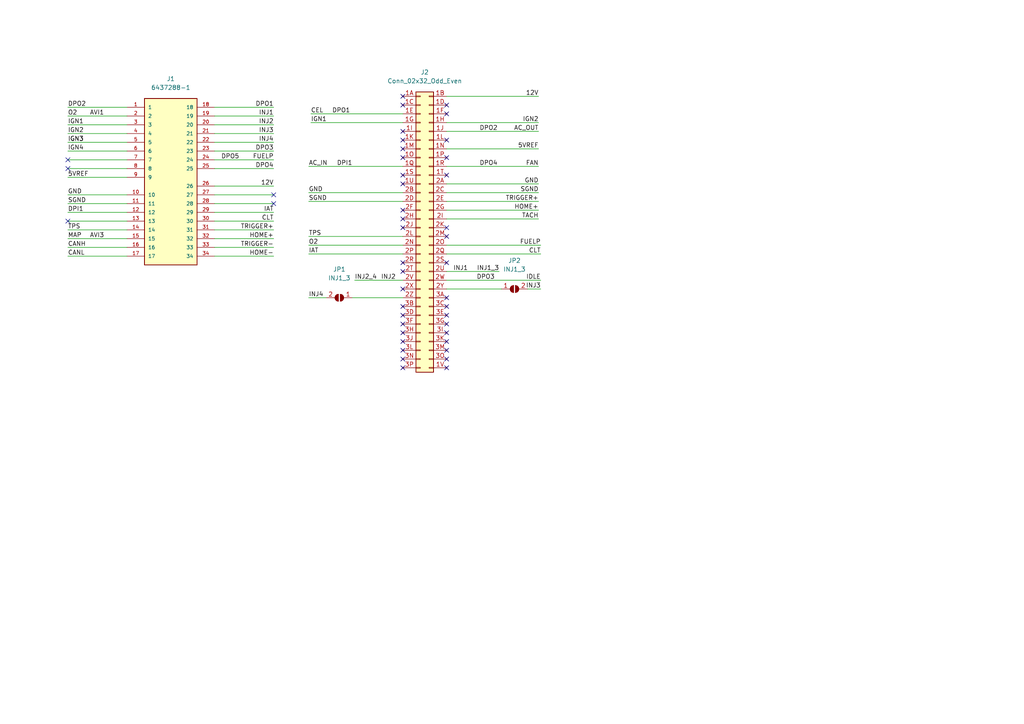
<source format=kicad_sch>
(kicad_sch (version 20211123) (generator eeschema)
  (paper "A4")
  (lib_symbols
    (symbol "Connector_Generic:Conn_02x32_Odd_Even" (pin_names (offset 1.016) hide)
      (property "Reference" "J2" (at 1.27 45.085 0))
      (property "Value" "Conn_02x32_Odd_Even" (at 1.27 42.545 0))
      (symbol "Conn_02x32_Odd_Even_1_1"
        (rectangle (start -1.27 -40.513) (end 0 -40.767) (stroke (width 0.1524)))
        (rectangle (start -1.27 -37.973) (end 0 -38.227) (stroke (width 0.1524)))
        (rectangle (start -1.27 -35.433) (end 0 -35.687) (stroke (width 0.1524)))
        (rectangle (start -1.27 -32.893) (end 0 -33.147) (stroke (width 0.1524)))
        (rectangle (start -1.27 -30.353) (end 0 -30.607) (stroke (width 0.1524)))
        (rectangle (start -1.27 -27.813) (end 0 -28.067) (stroke (width 0.1524)))
        (rectangle (start -1.27 -25.273) (end 0 -25.527) (stroke (width 0.1524)))
        (rectangle (start -1.27 -22.733) (end 0 -22.987) (stroke (width 0.1524)))
        (rectangle (start -1.27 -20.193) (end 0 -20.447) (stroke (width 0.1524)))
        (rectangle (start -1.27 -17.653) (end 0 -17.907) (stroke (width 0.1524)))
        (rectangle (start -1.27 -15.113) (end 0 -15.367) (stroke (width 0.1524)))
        (rectangle (start -1.27 -12.573) (end 0 -12.827) (stroke (width 0.1524)))
        (rectangle (start -1.27 -10.033) (end 0 -10.287) (stroke (width 0.1524)))
        (rectangle (start -1.27 -7.493) (end 0 -7.747) (stroke (width 0.1524)))
        (rectangle (start -1.27 -4.953) (end 0 -5.207) (stroke (width 0.1524)))
        (rectangle (start -1.27 -2.413) (end 0 -2.667) (stroke (width 0.1524)))
        (rectangle (start -1.27 0.127) (end 0 -0.127) (stroke (width 0.1524)))
        (rectangle (start -1.27 2.667) (end 0 2.413) (stroke (width 0.1524)))
        (rectangle (start -1.27 5.207) (end 0 4.953) (stroke (width 0.1524)))
        (rectangle (start -1.27 7.747) (end 0 7.493) (stroke (width 0.1524)))
        (rectangle (start -1.27 10.287) (end 0 10.033) (stroke (width 0.1524)))
        (rectangle (start -1.27 12.827) (end 0 12.573) (stroke (width 0.1524)))
        (rectangle (start -1.27 15.367) (end 0 15.113) (stroke (width 0.1524)))
        (rectangle (start -1.27 17.907) (end 0 17.653) (stroke (width 0.1524)))
        (rectangle (start -1.27 20.447) (end 0 20.193) (stroke (width 0.1524)))
        (rectangle (start -1.27 22.987) (end 0 22.733) (stroke (width 0.1524)))
        (rectangle (start -1.27 25.527) (end 0 25.273) (stroke (width 0.1524)))
        (rectangle (start -1.27 28.067) (end 0 27.813) (stroke (width 0.1524)))
        (rectangle (start -1.27 30.607) (end 0 30.353) (stroke (width 0.1524)))
        (rectangle (start -1.27 33.147) (end 0 32.893) (stroke (width 0.1524)))
        (rectangle (start -1.27 35.687) (end 0 35.433) (stroke (width 0.1524)))
        (rectangle (start -1.27 38.227) (end 0 37.973) (stroke (width 0.1524)))
        (rectangle (start -1.27 39.37) (end 3.81 -41.91) (stroke (width 0.254)) (fill (type background)))
        (rectangle (start 3.81 -40.513) (end 2.54 -40.767) (stroke (width 0.1524)))
        (rectangle (start 3.81 -37.973) (end 2.54 -38.227) (stroke (width 0.1524)))
        (rectangle (start 3.81 -35.433) (end 2.54 -35.687) (stroke (width 0.1524)))
        (rectangle (start 3.81 -32.893) (end 2.54 -33.147) (stroke (width 0.1524)))
        (rectangle (start 3.81 -30.353) (end 2.54 -30.607) (stroke (width 0.1524)))
        (rectangle (start 3.81 -27.813) (end 2.54 -28.067) (stroke (width 0.1524)))
        (rectangle (start 3.81 -25.273) (end 2.54 -25.527) (stroke (width 0.1524)))
        (rectangle (start 3.81 -22.733) (end 2.54 -22.987) (stroke (width 0.1524)))
        (rectangle (start 3.81 -20.193) (end 2.54 -20.447) (stroke (width 0.1524)))
        (rectangle (start 3.81 -17.653) (end 2.54 -17.907) (stroke (width 0.1524)))
        (rectangle (start 3.81 -15.113) (end 2.54 -15.367) (stroke (width 0.1524)))
        (rectangle (start 3.81 -12.573) (end 2.54 -12.827) (stroke (width 0.1524)))
        (rectangle (start 3.81 -10.033) (end 2.54 -10.287) (stroke (width 0.1524)))
        (rectangle (start 3.81 -7.493) (end 2.54 -7.747) (stroke (width 0.1524)))
        (rectangle (start 3.81 -4.953) (end 2.54 -5.207) (stroke (width 0.1524)))
        (rectangle (start 3.81 -2.413) (end 2.54 -2.667) (stroke (width 0.1524)))
        (rectangle (start 3.81 0.127) (end 2.54 -0.127) (stroke (width 0.1524)))
        (rectangle (start 3.81 2.667) (end 2.54 2.413) (stroke (width 0.1524)))
        (rectangle (start 3.81 5.207) (end 2.54 4.953) (stroke (width 0.1524)))
        (rectangle (start 3.81 7.747) (end 2.54 7.493) (stroke (width 0.1524)))
        (rectangle (start 3.81 10.287) (end 2.54 10.033) (stroke (width 0.1524)))
        (rectangle (start 3.81 12.827) (end 2.54 12.573) (stroke (width 0.1524)))
        (rectangle (start 3.81 15.367) (end 2.54 15.113) (stroke (width 0.1524)))
        (rectangle (start 3.81 17.907) (end 2.54 17.653) (stroke (width 0.1524)))
        (rectangle (start 3.81 20.447) (end 2.54 20.193) (stroke (width 0.1524)))
        (rectangle (start 3.81 22.987) (end 2.54 22.733) (stroke (width 0.1524)))
        (rectangle (start 3.81 25.527) (end 2.54 25.273) (stroke (width 0.1524)))
        (rectangle (start 3.81 28.067) (end 2.54 27.813) (stroke (width 0.1524)))
        (rectangle (start 3.81 30.607) (end 2.54 30.353) (stroke (width 0.1524)))
        (rectangle (start 3.81 33.147) (end 2.54 32.893) (stroke (width 0.1524)))
        (rectangle (start 3.81 35.687) (end 2.54 35.433) (stroke (width 0.1524)))
        (rectangle (start 3.81 38.227) (end 2.54 37.973) (stroke (width 0.1524)))
        (pin no_connect line (at -5.08 38.1 0) (length 3.81) (name "NC") (number "1A"))
        (pin power_in line (at 7.62 38.1 180) (length 3.81) (name "+12V") (number "1B"))
        (pin no_connect line (at -5.08 35.56 0) (length 3.81) (name "NC") (number "1C"))
        (pin no_connect line (at 7.62 35.56 180) (length 3.81) (name "NC") (number "1D"))
        (pin output line (at -5.08 33.02 0) (length 3.81) (name "CEL") (number "1E"))
        (pin no_connect line (at 7.62 33.02 180) (length 3.81) (name "NC") (number "1F"))
        (pin output line (at -5.08 30.48 0) (length 3.81) (name "IGNA") (number "1G"))
        (pin output line (at 7.62 30.48 180) (length 3.81) (name "IGNB") (number "1H"))
        (pin no_connect line (at -5.08 27.94 0) (length 3.81) (name "NC") (number "1I"))
        (pin output line (at 7.62 27.94 180) (length 3.81) (name "AC_OUT") (number "1J"))
        (pin no_connect line (at -5.08 25.4 0) (length 3.81) (name "NC") (number "1K"))
        (pin no_connect line (at 7.62 25.4 180) (length 3.81) (name "NC") (number "1L"))
        (pin no_connect line (at -5.08 22.86 0) (length 3.81) (name "NC") (number "1M"))
        (pin power_out line (at 7.62 22.86 180) (length 3.81) (name "5VREF") (number "1N"))
        (pin no_connect line (at -5.08 20.32 0) (length 3.81) (name "NC") (number "1O"))
        (pin no_connect line (at 7.62 20.32 180) (length 3.81) (name "NC") (number "1P"))
        (pin input line (at -5.08 17.78 0) (length 3.81) (name "AC_IN") (number "1Q"))
        (pin output line (at 7.62 17.78 180) (length 3.81) (name "FAN") (number "1R"))
        (pin no_connect line (at -5.08 15.24 0) (length 3.81) (name "NC") (number "1S"))
        (pin no_connect line (at 7.62 15.24 180) (length 3.81) (name "NC") (number "1T"))
        (pin no_connect line (at -5.08 12.7 0) (length 3.81) (name "NC") (number "1U"))
        (pin no_connect line (at 7.62 -40.64 180) (length 3.81) (name "NC") (number "1V"))
        (pin power_in line (at 7.62 12.7 180) (length 3.81) (name "GND") (number "2A"))
        (pin power_in line (at -5.08 10.16 0) (length 3.81) (name "GND") (number "2B"))
        (pin power_out line (at 7.62 10.16 180) (length 3.81) (name "SGND") (number "2C"))
        (pin power_out line (at -5.08 7.62 0) (length 3.81) (name "SGND") (number "2D"))
        (pin input line (at 7.62 7.62 180) (length 3.81) (name "CRANK_IN") (number "2E"))
        (pin no_connect line (at -5.08 5.08 0) (length 3.81) (name "NC") (number "2F"))
        (pin input line (at 7.62 5.08 180) (length 3.81) (name "CAM_IN") (number "2G"))
        (pin no_connect line (at -5.08 2.54 0) (length 3.81) (name "NC") (number "2H"))
        (pin output line (at 7.62 2.54 180) (length 3.81) (name "TACH") (number "2I"))
        (pin no_connect line (at -5.08 0 0) (length 3.81) (name "NC") (number "2J"))
        (pin input line (at 7.62 0 180) (length 3.81) (name "AFM") (number "2K"))
        (pin input line (at -5.08 -2.54 0) (length 3.81) (name "TPS") (number "2L"))
        (pin no_connect line (at 7.62 -2.54 180) (length 3.81) (name "NC") (number "2M"))
        (pin input line (at -5.08 -5.08 0) (length 3.81) (name "NBO2") (number "2N"))
        (pin output line (at 7.62 -5.08 180) (length 3.81) (name "FUELP") (number "2O"))
        (pin input line (at -5.08 -7.62 0) (length 3.81) (name "AIT") (number "2P"))
        (pin input line (at 7.62 -7.62 180) (length 3.81) (name "CLT") (number "2Q"))
        (pin no_connect line (at -5.08 -10.16 0) (length 3.81) (name "NC") (number "2R"))
        (pin no_connect line (at 7.62 -10.16 180) (length 3.81) (name "NC") (number "2S"))
        (pin no_connect line (at -5.08 -12.7 0) (length 3.81) (name "NC") (number "2T"))
        (pin output line (at 7.62 -12.7 180) (length 3.81) (name "INJ1") (number "2U"))
        (pin output line (at -5.08 -15.24 0) (length 3.81) (name "INJ2") (number "2V"))
        (pin output line (at 7.62 -15.24 180) (length 3.81) (name "IDLE") (number "2W"))
        (pin no_connect line (at -5.08 -17.78 0) (length 3.81) (name "NC") (number "2X"))
        (pin output line (at 7.62 -17.78 180) (length 3.81) (name "INJ3") (number "2Y"))
        (pin output line (at -5.08 -20.32 0) (length 3.81) (name "INJ4") (number "2Z"))
        (pin no_connect line (at 7.62 -20.32 180) (length 3.81) (name "NC") (number "3A"))
        (pin no_connect line (at -5.08 -22.86 0) (length 3.81) (name "NC") (number "3B"))
        (pin no_connect line (at 7.62 -22.86 180) (length 3.81) (name "NC") (number "3C"))
        (pin no_connect line (at -5.08 -25.4 0) (length 3.81) (name "NC") (number "3D"))
        (pin no_connect line (at 7.62 -25.4 180) (length 3.81) (name "NC") (number "3E"))
        (pin no_connect line (at -5.08 -27.94 0) (length 3.81) (name "NC") (number "3F"))
        (pin no_connect line (at 7.62 -27.94 180) (length 3.81) (name "NC") (number "3G"))
        (pin no_connect line (at -5.08 -30.48 0) (length 3.81) (name "NC") (number "3H"))
        (pin no_connect line (at 7.62 -30.48 180) (length 3.81) (name "NC") (number "3I"))
        (pin no_connect line (at -5.08 -33.02 0) (length 3.81) (name "NC") (number "3J"))
        (pin no_connect line (at 7.62 -33.02 180) (length 3.81) (name "NC") (number "3K"))
        (pin no_connect line (at -5.08 -35.56 0) (length 3.81) (name "NC") (number "3L"))
        (pin no_connect line (at 7.62 -35.56 180) (length 3.81) (name "NC") (number "3M"))
        (pin no_connect line (at -5.08 -38.1 0) (length 3.81) (name "NC") (number "3N"))
        (pin no_connect line (at 7.62 -38.1 180) (length 3.81) (name "NC") (number "3O"))
        (pin no_connect line (at -5.08 -40.64 0) (length 3.81) (name "NC") (number "3P"))
      )
    )
    (symbol "Connector_TEConnectivity:6437288-1" (pin_names (offset 1.016))
      (property "Reference" "J" (at -7.874 25.6794 0))
      (property "Value" "6437288-1" (at -8.382 -24.9428 0))
      (symbol "6437288-1_0_0"
        (rectangle (start -7.62 -22.86) (end 7.62 25.4) (stroke (width 0.254)) (fill (type background)))
        (pin passive line (at -12.7 22.86 0) (length 5.08) (name "1") (number "1"))
        (pin passive line (at -12.7 -2.54 0) (length 5.08) (name "10") (number "10"))
        (pin passive line (at -12.7 -5.08 0) (length 5.08) (name "11") (number "11"))
        (pin passive line (at -12.7 -7.62 0) (length 5.08) (name "12") (number "12"))
        (pin passive line (at -12.7 -10.16 0) (length 5.08) (name "13") (number "13"))
        (pin passive line (at -12.7 -12.7 0) (length 5.08) (name "14") (number "14"))
        (pin passive line (at -12.7 -15.24 0) (length 5.08) (name "15") (number "15"))
        (pin passive line (at -12.7 -17.78 0) (length 5.08) (name "16") (number "16"))
        (pin passive line (at -12.7 -20.32 0) (length 5.08) (name "17") (number "17"))
        (pin passive line (at 12.7 22.86 180) (length 5.08) (name "18") (number "18"))
        (pin passive line (at 12.7 20.32 180) (length 5.08) (name "19") (number "19"))
        (pin passive line (at -12.7 20.32 0) (length 5.08) (name "2") (number "2"))
        (pin passive line (at 12.7 17.78 180) (length 5.08) (name "20") (number "20"))
        (pin passive line (at 12.7 15.24 180) (length 5.08) (name "21") (number "21"))
        (pin passive line (at 12.7 12.7 180) (length 5.08) (name "22") (number "22"))
        (pin passive line (at 12.7 10.16 180) (length 5.08) (name "23") (number "23"))
        (pin passive line (at 12.7 7.62 180) (length 5.08) (name "24") (number "24"))
        (pin passive line (at 12.7 5.08 180) (length 5.08) (name "25") (number "25"))
        (pin passive line (at 12.7 0 180) (length 5.08) (name "26") (number "26"))
        (pin passive line (at 12.7 -2.54 180) (length 5.08) (name "27") (number "27"))
        (pin passive line (at 12.7 -5.08 180) (length 5.08) (name "28") (number "28"))
        (pin passive line (at 12.7 -7.62 180) (length 5.08) (name "29") (number "29"))
        (pin passive line (at -12.7 17.78 0) (length 5.08) (name "3") (number "3"))
        (pin passive line (at 12.7 -10.16 180) (length 5.08) (name "30") (number "30"))
        (pin passive line (at 12.7 -12.7 180) (length 5.08) (name "31") (number "31"))
        (pin passive line (at 12.7 -15.24 180) (length 5.08) (name "32") (number "32"))
        (pin passive line (at 12.7 -17.78 180) (length 5.08) (name "33") (number "33"))
        (pin passive line (at 12.7 -20.32 180) (length 5.08) (name "34") (number "34"))
        (pin passive line (at -12.7 15.24 0) (length 5.08) (name "4") (number "4"))
        (pin passive line (at -12.7 12.7 0) (length 5.08) (name "5") (number "5"))
        (pin passive line (at -12.7 10.16 0) (length 5.08) (name "6") (number "6"))
        (pin passive line (at -12.7 7.62 0) (length 5.08) (name "7") (number "7"))
        (pin passive line (at -12.7 5.08 0) (length 5.08) (name "8") (number "8"))
        (pin passive line (at -12.7 2.54 0) (length 5.08) (name "9") (number "9"))
      )
    )
    (symbol "Jumper:SolderJumper_2_Open" (pin_names (offset 0) hide)
      (property "Reference" "JP" (at 0 2.032 0))
      (property "Value" "SolderJumper_2_Open" (at 0 -2.54 0))
      (symbol "SolderJumper_2_Open_0_1"
        (arc (start -0.254 1.016) (mid -1.27 0) (end -0.254 -1.016))
        (arc (start -0.254 1.016) (mid -1.27 0) (end -0.254 -1.016) (fill (type outline)))
        (polyline (pts (xy -0.254 1.016) (xy -0.254 -1.016)))
        (polyline (pts (xy 0.254 1.016) (xy 0.254 -1.016)))
        (arc (start 0.254 -1.016) (mid 1.27 0) (end 0.254 1.016))
        (arc (start 0.254 -1.016) (mid 1.27 0) (end 0.254 1.016) (fill (type outline)))
      )
      (symbol "SolderJumper_2_Open_1_1"
        (pin passive line (at -3.81 0 0) (length 2.54) (name "A") (number "1"))
        (pin passive line (at 3.81 0 180) (length 2.54) (name "B") (number "2"))
      )
    )
  )
  (no_connect (at 129.54 101.6))
  (no_connect (at 116.84 101.6))
  (no_connect (at 116.84 40.64))
  (no_connect (at 19.685 48.895))
  (no_connect (at 116.84 38.1))
  (no_connect (at 116.84 27.94))
  (no_connect (at 129.54 96.52))
  (no_connect (at 116.84 83.82))
  (no_connect (at 129.54 91.44))
  (no_connect (at 116.84 43.18))
  (no_connect (at 129.54 86.36))
  (no_connect (at 116.84 99.06))
  (no_connect (at 129.54 76.2))
  (no_connect (at 116.84 50.8))
  (no_connect (at 129.54 88.9))
  (no_connect (at 116.84 45.72))
  (no_connect (at 116.84 78.74))
  (no_connect (at 79.375 56.515))
  (no_connect (at 129.54 30.48))
  (no_connect (at 129.54 106.68))
  (no_connect (at 129.54 45.72))
  (no_connect (at 116.84 66.04))
  (no_connect (at 129.54 66.04))
  (no_connect (at 116.84 88.9))
  (no_connect (at 19.685 46.355))
  (no_connect (at 129.54 33.02))
  (no_connect (at 116.84 106.68))
  (no_connect (at 129.54 99.06))
  (no_connect (at 129.54 104.14))
  (no_connect (at 129.54 50.8))
  (no_connect (at 116.84 91.44))
  (no_connect (at 129.54 68.58))
  (no_connect (at 116.84 53.34))
  (no_connect (at 116.84 93.98))
  (no_connect (at 116.84 96.52))
  (no_connect (at 116.84 63.5))
  (no_connect (at 116.84 30.48))
  (no_connect (at 79.375 59.055))
  (no_connect (at 116.84 60.96))
  (no_connect (at 116.84 76.2))
  (no_connect (at 129.54 93.98))
  (no_connect (at 116.84 104.14))
  (no_connect (at 19.685 64.135))
  (no_connect (at 129.54 40.64))
  (wire (pts (xy 89.535 55.88) (xy 116.84 55.88)))
  (wire (pts (xy 129.54 48.26) (xy 156.21 48.26)))
  (wire (pts (xy 19.685 43.815) (xy 36.83 43.815)))
  (wire (pts (xy 19.685 59.055) (xy 36.83 59.055)))
  (wire (pts (xy 89.535 71.12) (xy 116.84 71.12)))
  (wire (pts (xy 129.54 58.42) (xy 156.21 58.42)))
  (wire (pts (xy 129.54 71.12) (xy 156.845 71.12)))
  (wire (pts (xy 19.685 64.135) (xy 36.83 64.135)))
  (wire (pts (xy 62.23 48.895) (xy 79.375 48.895)))
  (wire (pts (xy 89.535 68.58) (xy 116.84 68.58)))
  (wire (pts (xy 129.54 27.94) (xy 156.21 27.94)))
  (wire (pts (xy 102.235 86.36) (xy 116.84 86.36)))
  (wire (pts (xy 129.54 81.28) (xy 156.845 81.28)))
  (wire (pts (xy 129.54 78.74) (xy 144.78 78.74)))
  (wire (pts (xy 89.535 48.26) (xy 116.84 48.26)))
  (wire (pts (xy 62.23 38.735) (xy 79.375 38.735)))
  (wire (pts (xy 19.685 51.435) (xy 36.83 51.435)))
  (wire (pts (xy 90.17 35.56) (xy 116.84 35.56)))
  (wire (pts (xy 19.685 38.735) (xy 36.83 38.735)))
  (wire (pts (xy 62.23 71.755) (xy 79.375 71.755)))
  (wire (pts (xy 19.685 66.675) (xy 36.83 66.675)))
  (wire (pts (xy 62.23 61.595) (xy 79.375 61.595)))
  (wire (pts (xy 19.685 41.275) (xy 36.83 41.275)))
  (wire (pts (xy 129.54 83.82) (xy 145.415 83.82)))
  (wire (pts (xy 62.23 69.215) (xy 79.375 69.215)))
  (wire (pts (xy 102.87 81.28) (xy 116.84 81.28)))
  (wire (pts (xy 90.17 33.02) (xy 116.84 33.02)))
  (wire (pts (xy 129.54 53.34) (xy 156.21 53.34)))
  (wire (pts (xy 62.23 33.655) (xy 79.375 33.655)))
  (wire (pts (xy 62.23 46.355) (xy 79.375 46.355)))
  (wire (pts (xy 129.54 55.88) (xy 156.21 55.88)))
  (wire (pts (xy 19.685 31.115) (xy 36.83 31.115)))
  (wire (pts (xy 19.685 69.215) (xy 36.83 69.215)))
  (wire (pts (xy 89.535 58.42) (xy 116.84 58.42)))
  (wire (pts (xy 62.23 66.675) (xy 79.375 66.675)))
  (wire (pts (xy 62.23 53.975) (xy 79.375 53.975)))
  (wire (pts (xy 62.23 74.295) (xy 79.375 74.295)))
  (wire (pts (xy 94.615 86.36) (xy 89.535 86.36)))
  (wire (pts (xy 62.23 36.195) (xy 79.375 36.195)))
  (wire (pts (xy 19.685 56.515) (xy 36.83 56.515)))
  (wire (pts (xy 153.035 83.82) (xy 156.845 83.82)))
  (wire (pts (xy 19.685 46.355) (xy 36.83 46.355)))
  (wire (pts (xy 62.23 43.815) (xy 79.375 43.815)))
  (wire (pts (xy 129.54 35.56) (xy 156.21 35.56)))
  (wire (pts (xy 62.23 64.135) (xy 79.375 64.135)))
  (wire (pts (xy 62.23 41.275) (xy 79.375 41.275)))
  (wire (pts (xy 89.535 73.66) (xy 116.84 73.66)))
  (wire (pts (xy 62.23 31.115) (xy 79.375 31.115)))
  (wire (pts (xy 19.685 74.295) (xy 36.83 74.295)))
  (wire (pts (xy 19.685 48.895) (xy 36.83 48.895)))
  (wire (pts (xy 129.54 60.96) (xy 156.21 60.96)))
  (wire (pts (xy 19.685 33.655) (xy 36.83 33.655)))
  (wire (pts (xy 19.685 61.595) (xy 36.83 61.595)))
  (wire (pts (xy 19.685 71.755) (xy 36.83 71.755)))
  (wire (pts (xy 129.54 73.66) (xy 156.845 73.66)))
  (wire (pts (xy 129.54 38.1) (xy 156.21 38.1)))
  (wire (pts (xy 62.23 59.055) (xy 79.375 59.055)))
  (wire (pts (xy 129.54 43.18) (xy 156.21 43.18)))
  (wire (pts (xy 19.685 36.195) (xy 36.83 36.195)))
  (wire (pts (xy 129.54 63.5) (xy 156.21 63.5)))
  (wire (pts (xy 62.23 56.515) (xy 79.375 56.515)))
  (label "AC_IN" (at 89.535 48.26 0))
  (label "GND" (at 156.21 53.34 180))
  (label "CEL" (at 90.17 33.02 0))
  (label "INJ1" (at 131.445 78.74 0))
  (label "TACH" (at 156.21 63.5 180))
  (label "SGND" (at 156.21 55.88 180))
  (label "5VREF" (at 19.685 51.435 0))
  (label "GND" (at 19.685 56.515 0))
  (label "MAP" (at 19.685 69.215 0))
  (label "TRIGGER-" (at 79.375 71.755 180))
  (label "FUELP" (at 79.375 46.355 180))
  (label "AC_OUT" (at 156.21 38.1 180))
  (label "IGN1" (at 90.17 35.56 0))
  (label "TRIGGER+" (at 156.21 58.42 180))
  (label "DPO5" (at 64.135 46.355 0))
  (label "IGN3" (at 19.685 41.275 0))
  (label "SGND" (at 19.685 59.055 0))
  (label "CLT" (at 156.845 73.66 180))
  (label "INJ2_4" (at 102.87 81.28 0))
  (label "IGN4" (at 19.685 43.815 0))
  (label "AVI3" (at 26.035 69.215 0))
  (label "IGN1" (at 19.685 36.195 0))
  (label "IAT" (at 79.375 61.595 180))
  (label "DPO1" (at 79.375 31.115 180))
  (label "DPO4" (at 79.375 48.895 180))
  (label "INJ1" (at 79.375 33.655 180))
  (label "IAT" (at 89.535 73.66 0))
  (label "INJ2" (at 110.49 81.28 0))
  (label "DPI1" (at 102.235 48.26 180))
  (label "CANL" (at 19.685 74.295 0))
  (label "DPO3" (at 79.375 43.815 180))
  (label "IGN3" (at 19.685 41.275 0))
  (label "12V" (at 156.21 27.94 180))
  (label "FUELP" (at 156.845 71.12 180))
  (label "HOME+" (at 156.21 60.96 180))
  (label "AVI1" (at 26.035 33.655 0))
  (label "DPO3" (at 143.51 81.28 180))
  (label "FAN" (at 156.21 48.26 180))
  (label "SGND" (at 89.535 58.42 0))
  (label "IGN2" (at 19.685 38.735 0))
  (label "INJ3" (at 156.845 83.82 180))
  (label "DPO1" (at 101.6 33.02 180))
  (label "CLT" (at 79.375 64.135 180))
  (label "CANH" (at 19.685 71.755 0))
  (label "DPO2" (at 139.065 38.1 0))
  (label "HOME+" (at 79.375 69.215 180))
  (label "INJ2" (at 79.375 36.195 180))
  (label "HOME-" (at 79.375 74.295 180))
  (label "TPS" (at 89.535 68.58 0))
  (label "IGN2" (at 156.21 35.56 180))
  (label "INJ3" (at 79.375 38.735 180))
  (label "O2" (at 89.535 71.12 0))
  (label "O2" (at 19.685 33.655 0))
  (label "5VREF" (at 156.21 43.18 180))
  (label "DPO4" (at 139.065 48.26 0))
  (label "INJ4" (at 89.535 86.36 0))
  (label "DPO2" (at 19.685 31.115 0))
  (label "TPS" (at 19.685 66.675 0))
  (label "GND" (at 89.535 55.88 0))
  (label "IDLE" (at 156.845 81.28 180))
  (label "INJ1_3" (at 144.78 78.74 180))
  (label "INJ4" (at 79.375 41.275 180))
  (label "DPI1" (at 19.685 61.595 0))
  (label "12V" (at 79.375 53.975 180))
  (label "TRIGGER+" (at 79.375 66.675 180))
  (symbol (lib_id "Connector_Generic:Conn_02x32_Odd_Even") (at 121.92 66.04 0) (unit 1)
    (property "Reference" "J2" (at 123.19 20.955 0))
    (property "Value" "Conn_02x32_Odd_Even" (at 123.19 23.495 0))
    (property "Footprint" "Connector_TEConnectivity:174518-7" (effects hide))
  )
  (symbol (lib_id "Connector_TEConnectivity:6437288-1") (at 49.53 53.975 0) (unit 1)
    (property "Reference" "J1" (at 49.53 22.86 0))
    (property "Value" "6437288-1" (at 49.53 25.4 0))
    (property "Footprint" "Connector_TEConnectivity:6437288-1" (effects hide))
  )
  (symbol (lib_id "Jumper:SolderJumper_2_Open") (at 98.425 86.36 0) (mirror y) (unit 1)
    (property "Reference" "JP1" (at 98.425 78.105 0))
    (property "Value" "INJ1_3" (at 98.425 80.645 0))
  )
  (symbol (lib_id "Jumper:SolderJumper_2_Open") (at 149.225 83.82 0) (unit 1)
    (property "Reference" "JP2" (at 149.225 75.565 0))
    (property "Value" "INJ1_3" (at 149.225 78.105 0))
  )
)
</source>
